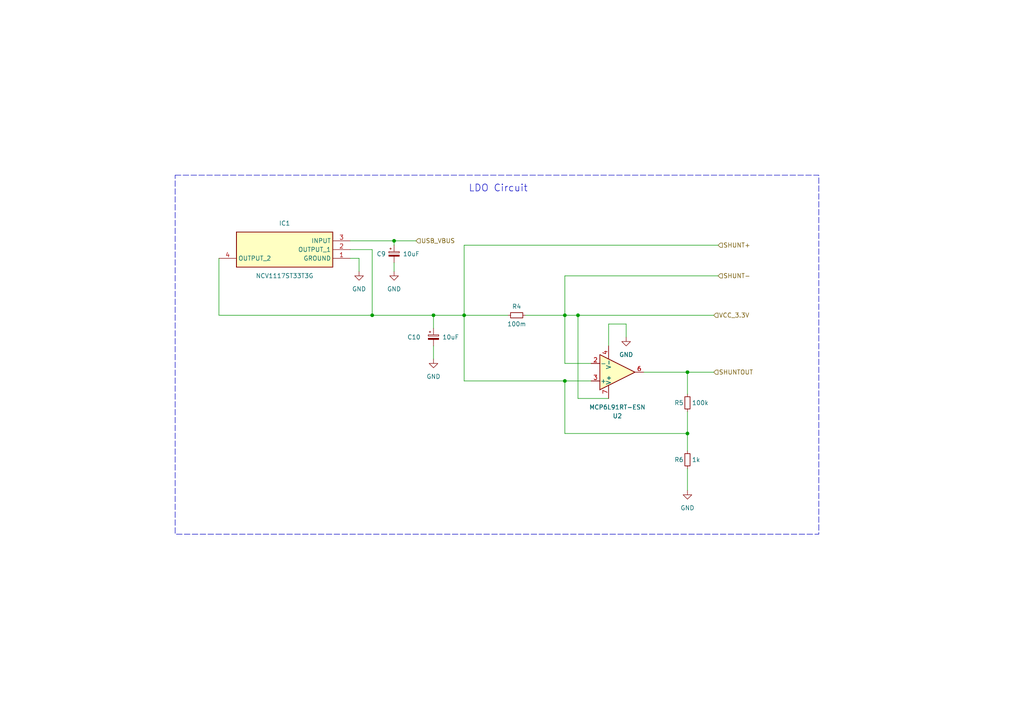
<source format=kicad_sch>
(kicad_sch (version 20230121) (generator eeschema)
  (paper "A4")
  (title_block (title "Embedded design and testing - PCB") (date "27.8.2023") (rev "1.0") (company "Jyri Luoma-aho") (comment 1 "LDO Schematic"))
  (lib_symbols
    (symbol "Amplifier_Operational:MCP6L91RT-ESN" (pin_names (offset 0.127))
      (property "Reference" "U" (at 0 6.35 0))
      (property "Value" "MCP6L91RT-ESN" (at 0 3.81 0))
      (symbol "MCP6L91RT-ESN_0_1"
        (polyline (pts (xy -5.08 5.08) (xy 5.08 0) (xy -5.08 -5.08) (xy -5.08 5.08)) (stroke (width 0.254)) (fill (type background)))
      )
      (symbol "MCP6L91RT-ESN_1_1"
        (pin no_connect line (at -2.54 2.54 270) (length 2.54) hide (name "NC") (number "1"))
        (pin input line (at -7.62 -2.54 0) (length 2.54) (name "-") (number "2"))
        (pin input line (at -7.62 2.54 0) (length 2.54) (name "+") (number "3"))
        (pin power_in line (at -2.54 -7.62 90) (length 3.81) (name "V-") (number "4"))
        (pin no_connect line (at 0 2.54 270) (length 2.54) hide (name "NC") (number "5"))
        (pin output line (at 7.62 0 180) (length 2.54) (name "~") (number "6"))
        (pin power_in line (at -2.54 7.62 270) (length 3.81) (name "V+") (number "7"))
        (pin no_connect line (at 0 -2.54 90) (length 2.54) hide (name "NC") (number "8"))
      )
    )
    (symbol "Device:C_Polarized_Small" (pin_numbers hide) (pin_names (offset 0.254) hide)
      (property "Reference" "C" (at 0.254 1.778 0))
      (property "Value" "C_Polarized_Small" (at 0.254 -2.032 0))
      (symbol "C_Polarized_Small_0_1"
        (rectangle (start -1.524 -0.3048) (end 1.524 -0.6858) (fill (type outline)))
        (rectangle (start -1.524 0.6858) (end 1.524 0.3048))
        (polyline (pts (xy -1.27 1.524) (xy -0.762 1.524)))
        (polyline (pts (xy -1.016 1.27) (xy -1.016 1.778)))
      )
      (symbol "C_Polarized_Small_1_1"
        (pin passive line (at 0 2.54 270) (length 1.8542) (name "~") (number "1"))
        (pin passive line (at 0 -2.54 90) (length 1.8542) (name "~") (number "2"))
      )
    )
    (symbol "Device:R_Small" (pin_numbers hide) (pin_names (offset 0.254) hide)
      (property "Reference" "R" (at 0.762 0.508 0))
      (property "Value" "R_Small" (at 0.762 -1.016 0))
      (symbol "R_Small_0_1"
        (rectangle (start -0.762 1.778) (end 0.762 -1.778) (stroke (width 0.2032)))
      )
      (symbol "R_Small_1_1"
        (pin passive line (at 0 2.54 270) (length 0.762) (name "~") (number "1"))
        (pin passive line (at 0 -2.54 90) (length 0.762) (name "~") (number "2"))
      )
    )
    (symbol "NCV1117ST33T3G:NCV1117ST33T3G"
      (property "Reference" "IC" (at 34.29 7.62 0))
      (property "Value" "NCV1117ST33T3G" (at 34.29 5.08 0))
      (symbol "NCV1117ST33T3G_1_1"
        (rectangle (start 5.08 2.54) (end 33.02 -7.62) (stroke (width 0.254)) (fill (type background)))
        (pin passive line (at 0 0 0) (length 5.08) (name "GROUND") (number "1"))
        (pin passive line (at 0 -2.54 0) (length 5.08) (name "OUTPUT_1") (number "2"))
        (pin passive line (at 0 -5.08 0) (length 5.08) (name "INPUT") (number "3"))
        (pin passive line (at 38.1 0 180) (length 5.08) (name "OUTPUT_2") (number "4"))
      )
    )
    (symbol "power:GND" (power) (pin_names (offset 0))
      (property "Value" "GND" (at 0 -3.81 0))
      (symbol "GND_0_1"
        (polyline (pts (xy 0 0) (xy 0 -1.27) (xy 1.27 -1.27) (xy 0 -2.54) (xy -1.27 -1.27) (xy 0 -1.27)))
      )
      (symbol "GND_1_1"
        (pin power_in line (at 0 0 270) (length 0) hide (name "GND") (number "1"))
      )
    )
  )
  (junction (at 134.62 91.44))
  (junction (at 199.39 125.73))
  (junction (at 163.83 110.49))
  (junction (at 199.39 107.95))
  (junction (at 125.73 91.44))
  (junction (at 163.83 91.44))
  (junction (at 107.95 91.44))
  (junction (at 167.64 91.44))
  (junction (at 114.3 69.85))
  (wire (pts (xy 63.5 74.93) (xy 63.5 91.44)))
  (wire (pts (xy 107.95 91.44) (xy 125.73 91.44)))
  (wire (pts (xy 107.95 91.44) (xy 107.95 72.39)))
  (wire (pts (xy 167.64 91.44) (xy 207.01 91.44)))
  (wire (pts (xy 186.69 107.95) (xy 199.39 107.95)))
  (wire (pts (xy 101.6 69.85) (xy 114.3 69.85)))
  (wire (pts (xy 167.64 91.44) (xy 163.83 91.44)))
  (wire (pts (xy 199.39 119.38) (xy 199.39 125.73)))
  (wire (pts (xy 199.39 125.73) (xy 163.83 125.73)))
  (wire (pts (xy 163.83 125.73) (xy 163.83 110.49)))
  (wire (pts (xy 167.64 115.57) (xy 167.64 91.44)))
  (wire (pts (xy 107.95 72.39) (xy 101.6 72.39)))
  (wire (pts (xy 163.83 91.44) (xy 152.4 91.44)))
  (wire (pts (xy 163.83 91.44) (xy 163.83 105.41)))
  (wire (pts (xy 199.39 107.95) (xy 207.01 107.95)))
  (wire (pts (xy 134.62 71.12) (xy 134.62 91.44)))
  (wire (pts (xy 176.53 100.33) (xy 176.53 93.98)))
  (wire (pts (xy 208.28 80.01) (xy 163.83 80.01)))
  (wire (pts (xy 181.61 93.98) (xy 181.61 97.79)))
  (wire (pts (xy 199.39 135.89) (xy 199.39 142.24)))
  (wire (pts (xy 114.3 69.85) (xy 120.65 69.85)))
  (wire (pts (xy 176.53 93.98) (xy 181.61 93.98)))
  (wire (pts (xy 114.3 69.85) (xy 114.3 71.12)))
  (wire (pts (xy 114.3 76.2) (xy 114.3 78.74)))
  (wire (pts (xy 125.73 100.33) (xy 125.73 104.14)))
  (wire (pts (xy 199.39 125.73) (xy 199.39 130.81)))
  (wire (pts (xy 125.73 91.44) (xy 125.73 95.25)))
  (wire (pts (xy 63.5 91.44) (xy 107.95 91.44)))
  (wire (pts (xy 163.83 80.01) (xy 163.83 91.44)))
  (wire (pts (xy 208.28 71.12) (xy 134.62 71.12)))
  (wire (pts (xy 176.53 115.57) (xy 167.64 115.57)))
  (wire (pts (xy 171.45 110.49) (xy 163.83 110.49)))
  (wire (pts (xy 134.62 91.44) (xy 134.62 110.49)))
  (wire (pts (xy 104.14 74.93) (xy 104.14 78.74)))
  (wire (pts (xy 125.73 91.44) (xy 134.62 91.44)))
  (wire (pts (xy 163.83 105.41) (xy 171.45 105.41)))
  (wire (pts (xy 199.39 107.95) (xy 199.39 114.3)))
  (wire (pts (xy 163.83 110.49) (xy 134.62 110.49)))
  (wire (pts (xy 101.6 74.93) (xy 104.14 74.93)))
  (wire (pts (xy 134.62 91.44) (xy 147.32 91.44)))
  (rectangle (start 50.8 50.8) (end 237.49 154.94) (stroke (width 0) (type dash)))
  (text "LDO Circuit" (at 135.89 55.88 0) (effects (font (size 2 2)) (justify left bottom)))
  (hierarchical_label "SHUNT-" (shape input) (at 208.28 80.01 0))
  (hierarchical_label "VCC_3.3V" (shape input) (at 207.01 91.44 0))
  (hierarchical_label "SHUNT+" (shape input) (at 208.28 71.12 0))
  (hierarchical_label "SHUNTOUT" (shape input) (at 207.01 107.95 0))
  (hierarchical_label "USB_VBUS" (shape input) (at 120.65 69.85 0))
  (symbol (lib_id "power:GND") (at 181.61 97.79 0) (unit 1)
    (property "Reference" "#PWR026" (effects hide))
    (property "Value" "GND" (at 181.61 102.87 0))
  )
  (symbol (lib_id "Device:R_Small") (at 199.39 133.35 180) (unit 1)
    (property "Reference" "R6" (at 195.58 133.35 0) (effects (justify right)))
    (property "Value" "1k" (at 200.66 133.35 0) (effects (justify right)))
    (property "Footprint" "Resistor_SMD:R_1206_3216Metric_Pad1.30x1.75mm_HandSolder" (effects hide))
  )
  (symbol (lib_id "power:GND") (at 104.14 78.74 0) (unit 1)
    (property "Reference" "#PWR023" (effects hide))
    (property "Value" "GND" (at 104.14 83.82 0))
  )
  (symbol (lib_id "power:GND") (at 125.73 104.14 0) (unit 1)
    (property "Reference" "#PWR025" (effects hide))
    (property "Value" "GND" (at 125.73 109.22 0))
  )
  (symbol (lib_id "Amplifier_Operational:MCP6L91RT-ESN") (at 179.07 107.95 0) (mirror x) (unit 1)
    (property "Reference" "U2" (at 179.07 120.65 0))
    (property "Value" "MCP6L91RT-ESN" (at 179.07 118.11 0))
    (property "Footprint" "Package_SO:SOIC-8_3.9x4.9mm_P1.27mm" (effects hide))
    (property "Datasheet" "http://ww1.microchip.com/downloads/en/DeviceDoc/22141b.pdf" (effects hide))
  )
  (symbol (lib_id "Device:C_Polarized_Small") (at 114.3 73.66 0) (unit 1)
    (property "Reference" "C9" (at 109.22 73.66 0) (effects (justify left)))
    (property "Value" "10uF" (at 116.84 73.66 0) (effects (justify left)))
    (property "Footprint" "Capacitor_SMD:C_1206_3216Metric_Pad1.33x1.80mm_HandSolder" (effects hide))
  )
  (symbol (lib_id "Device:C_Polarized_Small") (at 125.73 97.79 0) (unit 1)
    (property "Reference" "C10" (at 118.11 97.79 0) (effects (justify left)))
    (property "Value" "10uF" (at 128.27 97.79 0) (effects (justify left)))
    (property "Footprint" "Capacitor_SMD:C_1206_3216Metric_Pad1.33x1.80mm_HandSolder" (effects hide))
  )
  (symbol (lib_id "Device:R_Small") (at 199.39 116.84 180) (unit 1)
    (property "Reference" "R5" (at 195.58 116.84 0) (effects (justify right)))
    (property "Value" "100k" (at 200.66 116.84 0) (effects (justify right)))
    (property "Footprint" "Resistor_SMD:R_1206_3216Metric_Pad1.30x1.75mm_HandSolder" (effects hide))
  )
  (symbol (lib_id "power:GND") (at 199.39 142.24 0) (unit 1)
    (property "Reference" "#PWR027" (effects hide))
    (property "Value" "GND" (at 199.39 147.32 0))
  )
  (symbol (lib_id "power:GND") (at 114.3 78.74 0) (unit 1)
    (property "Reference" "#PWR022" (effects hide))
    (property "Value" "GND" (at 114.3 83.82 0))
  )
  (symbol (lib_id "Device:R_Small") (at 149.86 91.44 90) (unit 1)
    (property "Reference" "R4" (at 149.86 88.9 90))
    (property "Value" "100m" (at 149.86 93.98 90))
    (property "Footprint" "Resistor_SMD:R_1206_3216Metric_Pad1.30x1.75mm_HandSolder" (effects hide))
  )
  (symbol (lib_id "NCV1117ST33T3G:NCV1117ST33T3G") (at 101.6 74.93 180) (unit 1)
    (property "Reference" "IC1" (at 82.55 64.77 0))
    (property "Value" "NCV1117ST33T3G" (at 82.55 80.01 0))
    (property "Footprint" "KIRJASTO:SOT230P700X180-4N" (effects hide))
    (property "Datasheet" "http://www.onsemi.com/pub/Collateral/NCP1117-D.PDF" (effects hide))
    (property "Height" "1.8" (effects hide))
    (property "Mouser Part Number" "863-NCV1117ST33T3G" (effects hide))
    (property "Mouser Price/Stock" "https://www.mouser.co.uk/ProductDetail/onsemi/NCV1117ST33T3G?qs=8sOby8ZxZLHgqg5CFzeqiA%3D%3D" (effects hide))
    (property "Manufacturer_Name" "onsemi" (effects hide))
    (property "Manufacturer_Part_Number" "NCV1117ST33T3G" (effects hide))
  )
)
</source>
